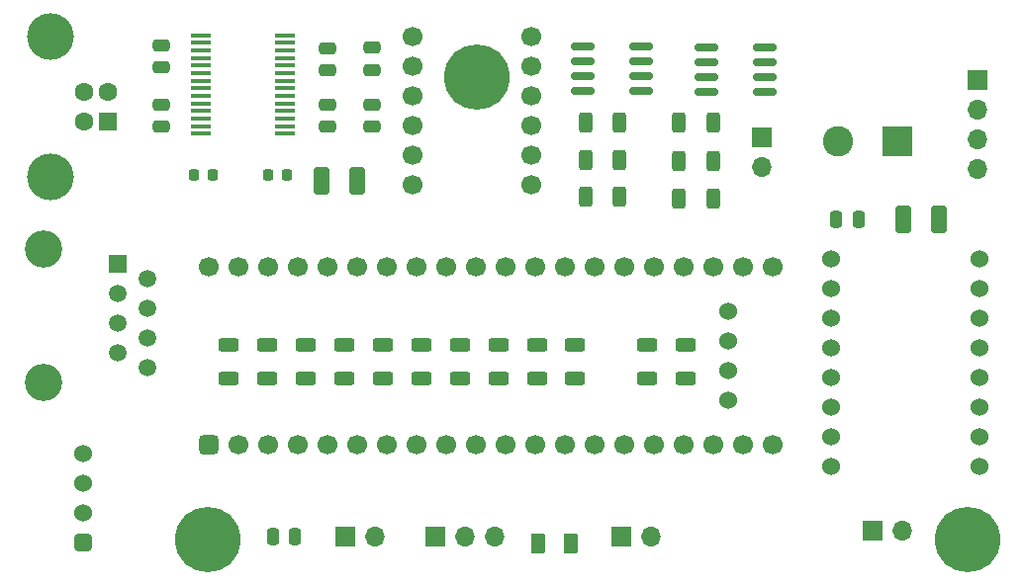
<source format=gts>
G04 #@! TF.GenerationSoftware,KiCad,Pcbnew,(6.0.6)*
G04 #@! TF.CreationDate,2022-07-11T11:59:08+03:00*
G04 #@! TF.ProjectId,RegulusFocuser-V1.1,52656775-6c75-4734-966f-63757365722d,rev?*
G04 #@! TF.SameCoordinates,Original*
G04 #@! TF.FileFunction,Soldermask,Top*
G04 #@! TF.FilePolarity,Negative*
%FSLAX46Y46*%
G04 Gerber Fmt 4.6, Leading zero omitted, Abs format (unit mm)*
G04 Created by KiCad (PCBNEW (6.0.6)) date 2022-07-11 11:59:08*
%MOMM*%
%LPD*%
G01*
G04 APERTURE LIST*
G04 Aperture macros list*
%AMRoundRect*
0 Rectangle with rounded corners*
0 $1 Rounding radius*
0 $2 $3 $4 $5 $6 $7 $8 $9 X,Y pos of 4 corners*
0 Add a 4 corners polygon primitive as box body*
4,1,4,$2,$3,$4,$5,$6,$7,$8,$9,$2,$3,0*
0 Add four circle primitives for the rounded corners*
1,1,$1+$1,$2,$3*
1,1,$1+$1,$4,$5*
1,1,$1+$1,$6,$7*
1,1,$1+$1,$8,$9*
0 Add four rect primitives between the rounded corners*
20,1,$1+$1,$2,$3,$4,$5,0*
20,1,$1+$1,$4,$5,$6,$7,0*
20,1,$1+$1,$6,$7,$8,$9,0*
20,1,$1+$1,$8,$9,$2,$3,0*%
G04 Aperture macros list end*
%ADD10RoundRect,0.250000X-0.412500X-0.925000X0.412500X-0.925000X0.412500X0.925000X-0.412500X0.925000X0*%
%ADD11RoundRect,0.425000X-0.425000X0.425000X-0.425000X-0.425000X0.425000X-0.425000X0.425000X0.425000X0*%
%ADD12C,1.700000*%
%ADD13C,1.524000*%
%ADD14RoundRect,0.250000X0.625000X-0.312500X0.625000X0.312500X-0.625000X0.312500X-0.625000X-0.312500X0*%
%ADD15C,5.600000*%
%ADD16RoundRect,0.250000X-0.475000X0.250000X-0.475000X-0.250000X0.475000X-0.250000X0.475000X0.250000X0*%
%ADD17RoundRect,0.250000X0.475000X-0.250000X0.475000X0.250000X-0.475000X0.250000X-0.475000X-0.250000X0*%
%ADD18RoundRect,0.250000X0.312500X0.625000X-0.312500X0.625000X-0.312500X-0.625000X0.312500X-0.625000X0*%
%ADD19RoundRect,0.218750X-0.218750X-0.256250X0.218750X-0.256250X0.218750X0.256250X-0.218750X0.256250X0*%
%ADD20RoundRect,0.250000X-0.375000X-0.625000X0.375000X-0.625000X0.375000X0.625000X-0.375000X0.625000X0*%
%ADD21R,1.600000X1.600000*%
%ADD22C,1.600000*%
%ADD23C,4.000000*%
%ADD24RoundRect,0.250000X-0.625000X0.312500X-0.625000X-0.312500X0.625000X-0.312500X0.625000X0.312500X0*%
%ADD25R,1.700000X1.700000*%
%ADD26O,1.700000X1.700000*%
%ADD27RoundRect,0.150000X-0.825000X-0.150000X0.825000X-0.150000X0.825000X0.150000X-0.825000X0.150000X0*%
%ADD28RoundRect,0.250000X-0.312500X-0.625000X0.312500X-0.625000X0.312500X0.625000X-0.312500X0.625000X0*%
%ADD29R,1.750000X0.450000*%
%ADD30C,3.200000*%
%ADD31R,1.500000X1.500000*%
%ADD32C,1.500000*%
%ADD33R,2.600000X2.600000*%
%ADD34C,2.600000*%
%ADD35RoundRect,0.250000X0.250000X0.475000X-0.250000X0.475000X-0.250000X-0.475000X0.250000X-0.475000X0*%
%ADD36RoundRect,0.381000X0.381000X0.381000X-0.381000X0.381000X-0.381000X-0.381000X0.381000X-0.381000X0*%
G04 APERTURE END LIST*
D10*
X176516500Y-84582000D03*
X179591500Y-84582000D03*
X126732500Y-81280000D03*
X129807500Y-81280000D03*
D11*
X117094000Y-103886000D03*
D12*
X119634000Y-103886000D03*
X122174000Y-103886000D03*
X124714000Y-103886000D03*
X127254000Y-103886000D03*
X129794000Y-103886000D03*
X132334000Y-103886000D03*
X134874000Y-103886000D03*
X137414000Y-103886000D03*
X139954000Y-103886000D03*
X142494000Y-103886000D03*
X145034000Y-103886000D03*
X147574000Y-103886000D03*
X150114000Y-103886000D03*
X152654000Y-103886000D03*
X155194000Y-103886000D03*
X157734000Y-103886000D03*
X160274000Y-103886000D03*
X162814000Y-103886000D03*
X165354000Y-103886000D03*
X165354000Y-88646000D03*
X162814000Y-88646000D03*
X160274000Y-88646000D03*
X157734000Y-88646000D03*
X155194000Y-88646000D03*
X152654000Y-88646000D03*
X150114000Y-88646000D03*
X147574000Y-88646000D03*
X145034000Y-88646000D03*
X142494000Y-88646000D03*
X139954000Y-88646000D03*
X137414000Y-88646000D03*
X134874000Y-88646000D03*
X132334000Y-88646000D03*
X129794000Y-88646000D03*
X127254000Y-88646000D03*
X124714000Y-88646000D03*
X122174000Y-88646000D03*
X119634000Y-88646000D03*
X117094000Y-88646000D03*
D13*
X161544000Y-100076000D03*
X161544000Y-97536000D03*
X161544000Y-94996000D03*
X161544000Y-92456000D03*
D14*
X138539300Y-98236500D03*
X138539300Y-95311500D03*
X135241700Y-98236500D03*
X135241700Y-95311500D03*
D15*
X140000000Y-72381000D03*
D16*
X131064000Y-74742000D03*
X131064000Y-76642000D03*
X113030000Y-74742000D03*
X113030000Y-76642000D03*
D17*
X131064000Y-71776000D03*
X131064000Y-69876000D03*
D18*
X160212500Y-79565500D03*
X157287500Y-79565500D03*
D12*
X134543800Y-68961000D03*
X134543800Y-71501000D03*
X134543800Y-74041000D03*
X134543800Y-76581000D03*
X134543800Y-79121000D03*
X134543800Y-81661000D03*
X144703800Y-81661000D03*
X144703800Y-79121000D03*
X144703800Y-76581000D03*
X144703800Y-74041000D03*
X144703800Y-71501000D03*
X144703800Y-68961000D03*
D15*
X117000000Y-112000000D03*
D18*
X152211500Y-76263500D03*
X149286500Y-76263500D03*
X152211500Y-79470200D03*
X149286500Y-79470200D03*
D19*
X115798500Y-80772000D03*
X117373500Y-80772000D03*
D20*
X145285000Y-112395000D03*
X148085000Y-112395000D03*
D21*
X108407500Y-76180000D03*
D22*
X108407500Y-73680000D03*
X106407500Y-73680000D03*
X106407500Y-76180000D03*
D23*
X103547500Y-80930000D03*
X103547500Y-68930000D03*
D24*
X157869800Y-95311500D03*
X157869800Y-98236500D03*
D25*
X164405000Y-77592000D03*
D26*
X164405000Y-80132000D03*
D25*
X128778000Y-111760000D03*
D26*
X131318000Y-111760000D03*
D14*
X145134500Y-98236500D03*
X145134500Y-95311500D03*
D27*
X149087900Y-69734800D03*
X149087900Y-71004800D03*
X149087900Y-72274800D03*
X149087900Y-73544800D03*
X154037900Y-73544800D03*
X154037900Y-72274800D03*
X154037900Y-71004800D03*
X154037900Y-69734800D03*
D28*
X149286500Y-82677000D03*
X152211500Y-82677000D03*
D24*
X154572200Y-95311500D03*
X154572200Y-98236500D03*
D25*
X173858000Y-111252000D03*
D26*
X176398000Y-111252000D03*
D24*
X125349000Y-95311500D03*
X125349000Y-98236500D03*
D29*
X116415000Y-68800000D03*
X116415000Y-69450000D03*
X116415000Y-70100000D03*
X116415000Y-70750000D03*
X116415000Y-71400000D03*
X116415000Y-72050000D03*
X116415000Y-72700000D03*
X116415000Y-73350000D03*
X116415000Y-74000000D03*
X116415000Y-74650000D03*
X116415000Y-75300000D03*
X116415000Y-75950000D03*
X116415000Y-76600000D03*
X116415000Y-77250000D03*
X123615000Y-77250000D03*
X123615000Y-76600000D03*
X123615000Y-75950000D03*
X123615000Y-75300000D03*
X123615000Y-74650000D03*
X123615000Y-74000000D03*
X123615000Y-73350000D03*
X123615000Y-72700000D03*
X123615000Y-72050000D03*
X123615000Y-71400000D03*
X123615000Y-70750000D03*
X123615000Y-70100000D03*
X123615000Y-69450000D03*
X123615000Y-68800000D03*
D30*
X102890000Y-98587500D03*
X102890000Y-87157500D03*
D31*
X109240000Y-88427500D03*
D32*
X111780000Y-89697500D03*
X109240000Y-90967500D03*
X111780000Y-92237500D03*
X109240000Y-93507500D03*
X111780000Y-94777500D03*
X109240000Y-96047500D03*
X111780000Y-97317500D03*
D13*
X170307000Y-88011000D03*
X170307000Y-90551000D03*
X170307000Y-93091000D03*
X170307000Y-95631000D03*
X170307000Y-98171000D03*
X170307000Y-100711000D03*
X170307000Y-103251000D03*
X170307000Y-105791000D03*
X183007000Y-105791000D03*
X183007000Y-103251000D03*
X183007000Y-100711000D03*
X183007000Y-98171000D03*
X183007000Y-95631000D03*
X183007000Y-93091000D03*
X183007000Y-90551000D03*
X183007000Y-88011000D03*
D33*
X175982000Y-77930000D03*
D34*
X170902000Y-77930000D03*
D24*
X148432100Y-95311500D03*
X148432100Y-98236500D03*
D28*
X157287500Y-82804000D03*
X160212500Y-82804000D03*
X157287500Y-76327000D03*
X160212500Y-76327000D03*
D14*
X141836900Y-98236500D03*
X141836900Y-95311500D03*
D17*
X127254000Y-76642000D03*
X127254000Y-74742000D03*
D16*
X113030000Y-69662000D03*
X113030000Y-71562000D03*
D24*
X122051400Y-95311500D03*
X122051400Y-98236500D03*
D27*
X159690900Y-69861800D03*
X159690900Y-71131800D03*
X159690900Y-72401800D03*
X159690900Y-73671800D03*
X164640900Y-73671800D03*
X164640900Y-72401800D03*
X164640900Y-71131800D03*
X164640900Y-69861800D03*
D24*
X128646600Y-95311500D03*
X128646600Y-98236500D03*
D35*
X172654000Y-84582000D03*
X170754000Y-84582000D03*
D24*
X118753800Y-95311500D03*
X118753800Y-98236500D03*
D16*
X127254000Y-69916000D03*
X127254000Y-71816000D03*
D15*
X182000000Y-112000000D03*
D24*
X131944200Y-95311500D03*
X131944200Y-98236500D03*
D35*
X124460000Y-111760000D03*
X122560000Y-111760000D03*
D25*
X152400000Y-111760000D03*
D26*
X154940000Y-111760000D03*
D19*
X122148500Y-80772000D03*
X123723500Y-80772000D03*
D25*
X136413000Y-111760000D03*
D26*
X138953000Y-111760000D03*
X141493000Y-111760000D03*
D13*
X106299000Y-109728000D03*
D36*
X106299000Y-112268000D03*
D13*
X106299000Y-107188000D03*
X106299000Y-104648000D03*
D25*
X182880000Y-72654000D03*
D26*
X182880000Y-75194000D03*
X182880000Y-77734000D03*
X182880000Y-80274000D03*
M02*

</source>
